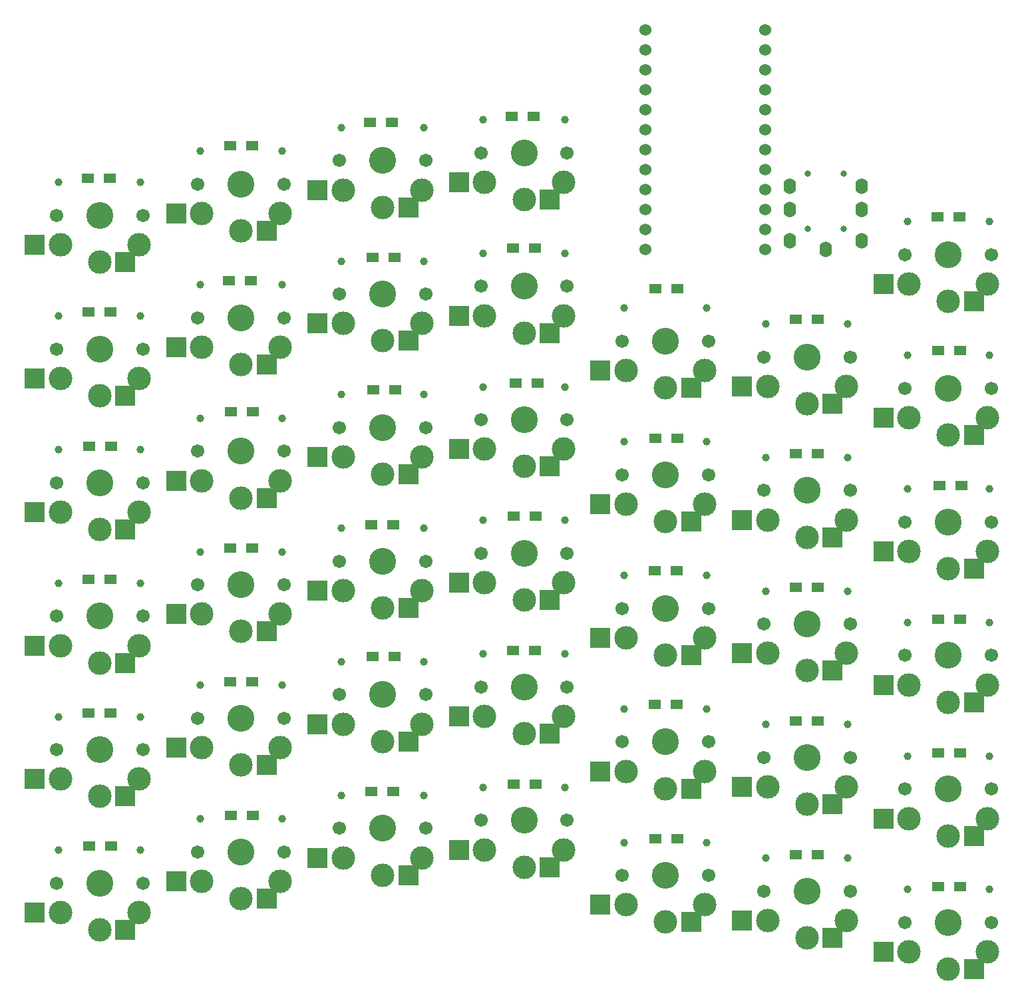
<source format=gbs>
G04 #@! TF.GenerationSoftware,KiCad,Pcbnew,8.0.6*
G04 #@! TF.CreationDate,2024-11-06T21:34:11+01:00*
G04 #@! TF.ProjectId,vitter-kb,76697474-6572-42d6-9b62-2e6b69636164,rev?*
G04 #@! TF.SameCoordinates,Original*
G04 #@! TF.FileFunction,Soldermask,Bot*
G04 #@! TF.FilePolarity,Negative*
%FSLAX46Y46*%
G04 Gerber Fmt 4.6, Leading zero omitted, Abs format (unit mm)*
G04 Created by KiCad (PCBNEW 8.0.6) date 2024-11-06 21:34:11*
%MOMM*%
%LPD*%
G01*
G04 APERTURE LIST*
%ADD10C,1.701800*%
%ADD11C,0.990600*%
%ADD12C,3.000000*%
%ADD13C,3.429000*%
%ADD14R,2.600000X2.600000*%
%ADD15R,1.600000X1.200000*%
%ADD16C,0.800000*%
%ADD17O,1.600000X2.000000*%
%ADD18C,1.524000*%
G04 APERTURE END LIST*
D10*
X121100000Y-101650000D03*
D11*
X121380000Y-97450000D03*
D12*
X121600000Y-105400000D03*
D13*
X126600000Y-101650000D03*
D12*
X126600000Y-107600000D03*
X131600000Y-105400000D03*
D11*
X131820000Y-97450000D03*
D10*
X132100000Y-101650000D03*
D14*
X129875000Y-107600000D03*
X118325000Y-105400000D03*
D10*
X49100000Y-62650000D03*
D11*
X49380000Y-58450000D03*
D12*
X49600000Y-66400000D03*
D13*
X54600000Y-62650000D03*
D12*
X54600000Y-68600000D03*
X59600000Y-66400000D03*
D11*
X59820000Y-58450000D03*
D10*
X60100000Y-62650000D03*
D14*
X57875000Y-68600000D03*
X46325000Y-66400000D03*
D10*
X85100000Y-126650000D03*
D11*
X85380000Y-122450000D03*
D12*
X85600000Y-130400000D03*
D13*
X90600000Y-126650000D03*
D12*
X90600000Y-132600000D03*
X95600000Y-130400000D03*
D11*
X95820000Y-122450000D03*
D10*
X96100000Y-126650000D03*
D14*
X93875000Y-132600000D03*
X82325000Y-130400000D03*
D10*
X121100000Y-118650000D03*
D11*
X121380000Y-114450000D03*
D12*
X121600000Y-122400000D03*
D13*
X126600000Y-118650000D03*
D12*
X126600000Y-124600000D03*
X131600000Y-122400000D03*
D11*
X131820000Y-114450000D03*
D10*
X132100000Y-118650000D03*
D14*
X129875000Y-124600000D03*
X118325000Y-122400000D03*
D10*
X103100000Y-116650000D03*
D11*
X103380000Y-112450000D03*
D12*
X103600000Y-120400000D03*
D13*
X108600000Y-116650000D03*
D12*
X108600000Y-122600000D03*
X113600000Y-120400000D03*
D11*
X113820000Y-112450000D03*
D10*
X114100000Y-116650000D03*
D14*
X111875000Y-122600000D03*
X100325000Y-120400000D03*
D10*
X103100000Y-133650000D03*
D11*
X103380000Y-129450000D03*
D12*
X103600000Y-137400000D03*
D13*
X108600000Y-133650000D03*
D12*
X108600000Y-139600000D03*
X113600000Y-137400000D03*
D11*
X113820000Y-129450000D03*
D10*
X114100000Y-133650000D03*
D14*
X111875000Y-139600000D03*
X100325000Y-137400000D03*
D10*
X49100000Y-45650000D03*
D11*
X49380000Y-41450000D03*
D12*
X49600000Y-49400000D03*
D13*
X54600000Y-45650000D03*
D12*
X54600000Y-51600000D03*
X59600000Y-49400000D03*
D11*
X59820000Y-41450000D03*
D10*
X60100000Y-45650000D03*
D14*
X57875000Y-51600000D03*
X46325000Y-49400000D03*
D15*
X92000000Y-105000000D03*
X89200000Y-105000000D03*
D10*
X67100000Y-93650000D03*
D11*
X67380000Y-89450000D03*
D12*
X67600000Y-97400000D03*
D13*
X72600000Y-93650000D03*
D12*
X72600000Y-99600000D03*
X77600000Y-97400000D03*
D11*
X77820000Y-89450000D03*
D10*
X78100000Y-93650000D03*
D14*
X75875000Y-99600000D03*
X64325000Y-97400000D03*
D15*
X55840000Y-57950000D03*
X53040000Y-57950000D03*
D10*
X139100000Y-88650000D03*
D11*
X139380000Y-84450000D03*
D12*
X139600000Y-92400000D03*
D13*
X144600000Y-88650000D03*
D12*
X144600000Y-94600000D03*
X149600000Y-92400000D03*
D11*
X149820000Y-84450000D03*
D10*
X150100000Y-88650000D03*
D14*
X147875000Y-94600000D03*
X136325000Y-92400000D03*
D15*
X127970000Y-62840000D03*
X125170000Y-62840000D03*
D10*
X85100000Y-41650000D03*
D11*
X85380000Y-37450000D03*
D12*
X85600000Y-45400000D03*
D13*
X90600000Y-41650000D03*
D12*
X90600000Y-47600000D03*
X95600000Y-45400000D03*
D11*
X95820000Y-37450000D03*
D10*
X96100000Y-41650000D03*
D14*
X93875000Y-47600000D03*
X82325000Y-45400000D03*
D10*
X67100000Y-59650000D03*
D11*
X67380000Y-55450000D03*
D12*
X67600000Y-63400000D03*
D13*
X72600000Y-59650000D03*
D12*
X72600000Y-65600000D03*
X77600000Y-63400000D03*
D11*
X77820000Y-55450000D03*
D10*
X78100000Y-59650000D03*
D14*
X75875000Y-65600000D03*
X64325000Y-63400000D03*
D10*
X49100000Y-130650000D03*
D11*
X49380000Y-126450000D03*
D12*
X49600000Y-134400000D03*
D13*
X54600000Y-130650000D03*
D12*
X54600000Y-136600000D03*
X59600000Y-134400000D03*
D11*
X59820000Y-126450000D03*
D10*
X60100000Y-130650000D03*
D14*
X57875000Y-136600000D03*
X46325000Y-134400000D03*
D15*
X92100000Y-122000000D03*
X89300000Y-122000000D03*
X92300000Y-71000000D03*
X89500000Y-71000000D03*
X74000000Y-89000000D03*
X71200000Y-89000000D03*
X38000000Y-96000000D03*
X35200000Y-96000000D03*
X91800000Y-37000000D03*
X89000000Y-37000000D03*
X146100000Y-66800000D03*
X143300000Y-66800000D03*
X74100000Y-55000000D03*
X71300000Y-55000000D03*
X56000000Y-92000000D03*
X53200000Y-92000000D03*
D10*
X31100000Y-100650000D03*
D11*
X31380000Y-96450000D03*
D12*
X31600000Y-104400000D03*
D13*
X36600000Y-100650000D03*
D12*
X36600000Y-106600000D03*
X41600000Y-104400000D03*
D11*
X41820000Y-96450000D03*
D10*
X42100000Y-100650000D03*
D14*
X39875000Y-106600000D03*
X28325000Y-104400000D03*
D15*
X110000000Y-111900000D03*
X107200000Y-111900000D03*
D10*
X49100000Y-113650000D03*
D11*
X49380000Y-109450000D03*
D12*
X49600000Y-117400000D03*
D13*
X54600000Y-113650000D03*
D12*
X54600000Y-119600000D03*
X59600000Y-117400000D03*
D11*
X59820000Y-109450000D03*
D10*
X60100000Y-113650000D03*
D14*
X57875000Y-119600000D03*
X46325000Y-117400000D03*
D15*
X56000000Y-40800000D03*
X53200000Y-40800000D03*
X110100000Y-78000000D03*
X107300000Y-78000000D03*
D16*
X131280330Y-44300000D03*
X131280330Y-51300000D03*
D17*
X128980330Y-54000000D03*
X133580330Y-52900000D03*
X133580330Y-48900000D03*
X133580330Y-45900000D03*
D15*
X146100000Y-118100000D03*
X143300000Y-118100000D03*
D10*
X121100000Y-84650000D03*
D11*
X121380000Y-80450000D03*
D12*
X121600000Y-88400000D03*
D13*
X126600000Y-84650000D03*
D12*
X126600000Y-90600000D03*
X131600000Y-88400000D03*
D11*
X131820000Y-80450000D03*
D10*
X132100000Y-84650000D03*
D14*
X129875000Y-90600000D03*
X118325000Y-88400000D03*
D10*
X85100000Y-92650000D03*
D11*
X85380000Y-88450000D03*
D12*
X85600000Y-96400000D03*
D13*
X90600000Y-92650000D03*
D12*
X90600000Y-98600000D03*
X95600000Y-96400000D03*
D11*
X95820000Y-88450000D03*
D10*
X96100000Y-92650000D03*
D14*
X93875000Y-98600000D03*
X82325000Y-96400000D03*
D15*
X146100000Y-135100000D03*
X143300000Y-135100000D03*
D18*
X121306400Y-25990000D03*
X121306400Y-28530000D03*
X121306400Y-31070000D03*
X121306400Y-33610000D03*
X121306400Y-36150000D03*
X121306400Y-38690000D03*
X121306400Y-41230000D03*
X121306400Y-43770000D03*
X121306400Y-46310000D03*
X121306400Y-48850000D03*
X121306400Y-51390000D03*
X121306400Y-53930000D03*
X106086400Y-53930000D03*
X106086400Y-51390000D03*
X106086400Y-48850000D03*
X106086400Y-46310000D03*
X106086400Y-43770000D03*
X106086400Y-41230000D03*
X106086400Y-38690000D03*
X106086400Y-36150000D03*
X106086400Y-33610000D03*
X106086400Y-31070000D03*
X106086400Y-28530000D03*
X106086400Y-25990000D03*
D15*
X128000000Y-97000000D03*
X125200000Y-97000000D03*
X74100000Y-105800000D03*
X71300000Y-105800000D03*
X38000000Y-113000000D03*
X35200000Y-113000000D03*
X56000000Y-109000000D03*
X53200000Y-109000000D03*
X92100000Y-87900000D03*
X89300000Y-87900000D03*
X146300000Y-84000000D03*
X143500000Y-84000000D03*
X37930000Y-44910000D03*
X35130000Y-44910000D03*
D10*
X31100000Y-134650000D03*
D11*
X31380000Y-130450000D03*
D12*
X31600000Y-138400000D03*
D13*
X36600000Y-134650000D03*
D12*
X36600000Y-140600000D03*
X41600000Y-138400000D03*
D11*
X41820000Y-130450000D03*
D10*
X42100000Y-134650000D03*
D14*
X39875000Y-140600000D03*
X28325000Y-138400000D03*
D15*
X74000000Y-123000000D03*
X71200000Y-123000000D03*
D10*
X67100000Y-110650000D03*
D11*
X67380000Y-106450000D03*
D12*
X67600000Y-114400000D03*
D13*
X72600000Y-110650000D03*
D12*
X72600000Y-116600000D03*
X77600000Y-114400000D03*
D11*
X77820000Y-106450000D03*
D10*
X78100000Y-110650000D03*
D14*
X75875000Y-116600000D03*
X64325000Y-114400000D03*
D10*
X139100000Y-71650000D03*
D11*
X139380000Y-67450000D03*
D12*
X139600000Y-75400000D03*
D13*
X144600000Y-71650000D03*
D12*
X144600000Y-77600000D03*
X149600000Y-75400000D03*
D11*
X149820000Y-67450000D03*
D10*
X150100000Y-71650000D03*
D14*
X147875000Y-77600000D03*
X136325000Y-75400000D03*
D10*
X85100000Y-109650000D03*
D11*
X85380000Y-105450000D03*
D12*
X85600000Y-113400000D03*
D13*
X90600000Y-109650000D03*
D12*
X90600000Y-115600000D03*
X95600000Y-113400000D03*
D11*
X95820000Y-105450000D03*
D10*
X96100000Y-109650000D03*
D14*
X93875000Y-115600000D03*
X82325000Y-113400000D03*
D10*
X103100000Y-82650000D03*
D11*
X103380000Y-78450000D03*
D12*
X103600000Y-86400000D03*
D13*
X108600000Y-82650000D03*
D12*
X108600000Y-88600000D03*
X113600000Y-86400000D03*
D11*
X113820000Y-78450000D03*
D10*
X114100000Y-82650000D03*
D14*
X111875000Y-88600000D03*
X100325000Y-86400000D03*
D10*
X85100000Y-58650000D03*
D11*
X85380000Y-54450000D03*
D12*
X85600000Y-62400000D03*
D13*
X90600000Y-58650000D03*
D12*
X90600000Y-64600000D03*
X95600000Y-62400000D03*
D11*
X95820000Y-54450000D03*
D10*
X96100000Y-58650000D03*
D14*
X93875000Y-64600000D03*
X82325000Y-62400000D03*
D10*
X49100000Y-79650000D03*
D11*
X49380000Y-75450000D03*
D12*
X49600000Y-83400000D03*
D13*
X54600000Y-79650000D03*
D12*
X54600000Y-85600000D03*
X59600000Y-83400000D03*
D11*
X59820000Y-75450000D03*
D10*
X60100000Y-79650000D03*
D14*
X57875000Y-85600000D03*
X46325000Y-83400000D03*
D10*
X139100000Y-54650000D03*
D11*
X139380000Y-50450000D03*
D12*
X139600000Y-58400000D03*
D13*
X144600000Y-54650000D03*
D12*
X144600000Y-60600000D03*
X149600000Y-58400000D03*
D11*
X149820000Y-50450000D03*
D10*
X150100000Y-54650000D03*
D14*
X147875000Y-60600000D03*
X136325000Y-58400000D03*
D15*
X128000000Y-131000000D03*
X125200000Y-131000000D03*
D10*
X31100000Y-83650000D03*
D11*
X31380000Y-79450000D03*
D12*
X31600000Y-87400000D03*
D13*
X36600000Y-83650000D03*
D12*
X36600000Y-89600000D03*
X41600000Y-87400000D03*
D11*
X41820000Y-79450000D03*
D10*
X42100000Y-83650000D03*
D14*
X39875000Y-89600000D03*
X28325000Y-87400000D03*
D10*
X67100000Y-42650000D03*
D11*
X67380000Y-38450000D03*
D12*
X67600000Y-46400000D03*
D13*
X72600000Y-42650000D03*
D12*
X72600000Y-48600000D03*
X77600000Y-46400000D03*
D11*
X77820000Y-38450000D03*
D10*
X78100000Y-42650000D03*
D14*
X75875000Y-48600000D03*
X64325000Y-46400000D03*
D10*
X139100000Y-122650000D03*
D11*
X139380000Y-118450000D03*
D12*
X139600000Y-126400000D03*
D13*
X144600000Y-122650000D03*
D12*
X144600000Y-128600000D03*
X149600000Y-126400000D03*
D11*
X149820000Y-118450000D03*
D10*
X150100000Y-122650000D03*
D14*
X147875000Y-128600000D03*
X136325000Y-126400000D03*
D15*
X146000000Y-49800000D03*
X143200000Y-49800000D03*
X110100000Y-59000000D03*
X107300000Y-59000000D03*
D10*
X31100000Y-117650000D03*
D11*
X31380000Y-113450000D03*
D12*
X31600000Y-121400000D03*
D13*
X36600000Y-117650000D03*
D12*
X36600000Y-123600000D03*
X41600000Y-121400000D03*
D11*
X41820000Y-113450000D03*
D10*
X42100000Y-117650000D03*
D14*
X39875000Y-123600000D03*
X28325000Y-121400000D03*
D15*
X128000000Y-80000000D03*
X125200000Y-80000000D03*
X146100000Y-101000000D03*
X143300000Y-101000000D03*
X38100000Y-129900000D03*
X35300000Y-129900000D03*
D10*
X31100000Y-66650000D03*
D11*
X31380000Y-62450000D03*
D12*
X31600000Y-70400000D03*
D13*
X36600000Y-66650000D03*
D12*
X36600000Y-72600000D03*
X41600000Y-70400000D03*
D11*
X41820000Y-62450000D03*
D10*
X42100000Y-66650000D03*
D14*
X39875000Y-72600000D03*
X28325000Y-70400000D03*
D15*
X110000000Y-94900000D03*
X107200000Y-94900000D03*
D10*
X67100000Y-76650000D03*
D11*
X67380000Y-72450000D03*
D12*
X67600000Y-80400000D03*
D13*
X72600000Y-76650000D03*
D12*
X72600000Y-82600000D03*
X77600000Y-80400000D03*
D11*
X77820000Y-72450000D03*
D10*
X78100000Y-76650000D03*
D14*
X75875000Y-82600000D03*
X64325000Y-80400000D03*
D10*
X31100000Y-49650000D03*
D11*
X31380000Y-45450000D03*
D12*
X31600000Y-53400000D03*
D13*
X36600000Y-49650000D03*
D12*
X36600000Y-55600000D03*
X41600000Y-53400000D03*
D11*
X41820000Y-45450000D03*
D10*
X42100000Y-49650000D03*
D14*
X39875000Y-55600000D03*
X28325000Y-53400000D03*
D15*
X73800000Y-37800000D03*
X71000000Y-37800000D03*
D10*
X103100000Y-65650000D03*
D11*
X103380000Y-61450000D03*
D12*
X103600000Y-69400000D03*
D13*
X108600000Y-65650000D03*
D12*
X108600000Y-71600000D03*
X113600000Y-69400000D03*
D11*
X113820000Y-61450000D03*
D10*
X114100000Y-65650000D03*
D14*
X111875000Y-71600000D03*
X100325000Y-69400000D03*
D10*
X67100000Y-127650000D03*
D11*
X67380000Y-123450000D03*
D12*
X67600000Y-131400000D03*
D13*
X72600000Y-127650000D03*
D12*
X72600000Y-133600000D03*
X77600000Y-131400000D03*
D11*
X77820000Y-123450000D03*
D10*
X78100000Y-127650000D03*
D14*
X75875000Y-133600000D03*
X64325000Y-131400000D03*
D10*
X121100000Y-135650000D03*
D11*
X121380000Y-131450000D03*
D12*
X121600000Y-139400000D03*
D13*
X126600000Y-135650000D03*
D12*
X126600000Y-141600000D03*
X131600000Y-139400000D03*
D11*
X131820000Y-131450000D03*
D10*
X132100000Y-135650000D03*
D14*
X129875000Y-141600000D03*
X118325000Y-139400000D03*
D15*
X74200000Y-71800000D03*
X71400000Y-71800000D03*
D10*
X121100000Y-67650000D03*
D11*
X121380000Y-63450000D03*
D12*
X121600000Y-71400000D03*
D13*
X126600000Y-67650000D03*
D12*
X126600000Y-73600000D03*
X131600000Y-71400000D03*
D11*
X131820000Y-63450000D03*
D10*
X132100000Y-67650000D03*
D14*
X129875000Y-73600000D03*
X118325000Y-71400000D03*
D15*
X56100000Y-126000000D03*
X53300000Y-126000000D03*
D10*
X85100000Y-75650000D03*
D11*
X85380000Y-71450000D03*
D12*
X85600000Y-79400000D03*
D13*
X90600000Y-75650000D03*
D12*
X90600000Y-81600000D03*
X95600000Y-79400000D03*
D11*
X95820000Y-71450000D03*
D10*
X96100000Y-75650000D03*
D14*
X93875000Y-81600000D03*
X82325000Y-79400000D03*
D15*
X110100000Y-129000000D03*
X107300000Y-129000000D03*
D10*
X103100000Y-99650000D03*
D11*
X103380000Y-95450000D03*
D12*
X103600000Y-103400000D03*
D13*
X108600000Y-99650000D03*
D12*
X108600000Y-105600000D03*
X113600000Y-103400000D03*
D11*
X113820000Y-95450000D03*
D10*
X114100000Y-99650000D03*
D14*
X111875000Y-105600000D03*
X100325000Y-103400000D03*
D15*
X92000000Y-53800000D03*
X89200000Y-53800000D03*
X38000000Y-61900000D03*
X35200000Y-61900000D03*
D10*
X139100000Y-139650000D03*
D11*
X139380000Y-135450000D03*
D12*
X139600000Y-143400000D03*
D13*
X144600000Y-139650000D03*
D12*
X144600000Y-145600000D03*
X149600000Y-143400000D03*
D11*
X149820000Y-135450000D03*
D10*
X150100000Y-139650000D03*
D14*
X147875000Y-145600000D03*
X136325000Y-143400000D03*
D10*
X49100000Y-96650000D03*
D11*
X49380000Y-92450000D03*
D12*
X49600000Y-100400000D03*
D13*
X54600000Y-96650000D03*
D12*
X54600000Y-102600000D03*
X59600000Y-100400000D03*
D11*
X59820000Y-92450000D03*
D10*
X60100000Y-96650000D03*
D14*
X57875000Y-102600000D03*
X46325000Y-100400000D03*
D15*
X128000000Y-114000000D03*
X125200000Y-114000000D03*
D10*
X139100000Y-105650000D03*
D11*
X139380000Y-101450000D03*
D12*
X139600000Y-109400000D03*
D13*
X144600000Y-105650000D03*
D12*
X144600000Y-111600000D03*
X149600000Y-109400000D03*
D11*
X149820000Y-101450000D03*
D10*
X150100000Y-105650000D03*
D14*
X147875000Y-111600000D03*
X136325000Y-109400000D03*
D16*
X126680330Y-51300000D03*
X126680330Y-44300000D03*
D17*
X128980330Y-54000000D03*
X124380330Y-52900000D03*
X124380330Y-48900000D03*
X124380330Y-45900000D03*
D15*
X38100000Y-79000000D03*
X35300000Y-79000000D03*
X56100000Y-74600000D03*
X53300000Y-74600000D03*
M02*

</source>
